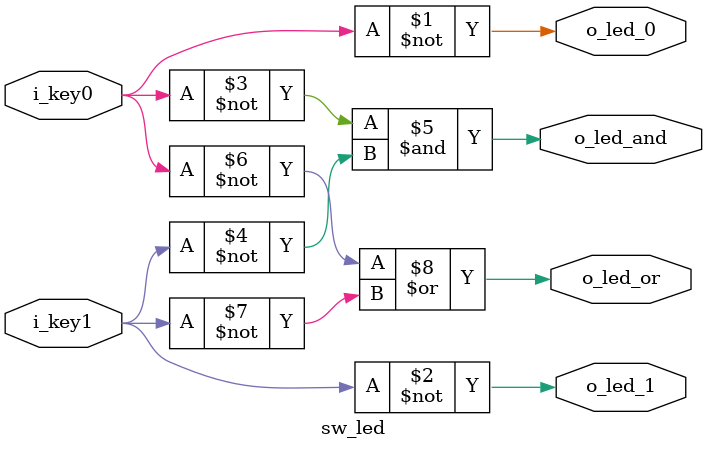
<source format=v>
module sw_led(
    input i_key0,
    input i_key1,
    output o_led_0,
    output o_led_1,
    output o_led_and,
    output o_led_or
);

assign o_led_0 = ~i_key0;
assign o_led_1 = ~i_key1;
assign o_led_and =  (~i_key0) & (~i_key1);
assign o_led_or =  (~i_key0) | (~i_key1);

endmodule

</source>
